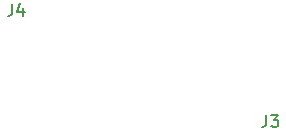
<source format=gto>
%TF.GenerationSoftware,KiCad,Pcbnew,9.0.3*%
%TF.CreationDate,2025-08-07T23:45:50+03:00*%
%TF.ProjectId,EVF_extender,4556465f-6578-4746-956e-6465722e6b69,rev?*%
%TF.SameCoordinates,Original*%
%TF.FileFunction,Legend,Top*%
%TF.FilePolarity,Positive*%
%FSLAX46Y46*%
G04 Gerber Fmt 4.6, Leading zero omitted, Abs format (unit mm)*
G04 Created by KiCad (PCBNEW 9.0.3) date 2025-08-07 23:45:50*
%MOMM*%
%LPD*%
G01*
G04 APERTURE LIST*
%ADD10C,0.150000*%
G04 APERTURE END LIST*
D10*
X155546666Y-85554819D02*
X155546666Y-86269104D01*
X155546666Y-86269104D02*
X155499047Y-86411961D01*
X155499047Y-86411961D02*
X155403809Y-86507200D01*
X155403809Y-86507200D02*
X155260952Y-86554819D01*
X155260952Y-86554819D02*
X155165714Y-86554819D01*
X155927619Y-85554819D02*
X156546666Y-85554819D01*
X156546666Y-85554819D02*
X156213333Y-85935771D01*
X156213333Y-85935771D02*
X156356190Y-85935771D01*
X156356190Y-85935771D02*
X156451428Y-85983390D01*
X156451428Y-85983390D02*
X156499047Y-86031009D01*
X156499047Y-86031009D02*
X156546666Y-86126247D01*
X156546666Y-86126247D02*
X156546666Y-86364342D01*
X156546666Y-86364342D02*
X156499047Y-86459580D01*
X156499047Y-86459580D02*
X156451428Y-86507200D01*
X156451428Y-86507200D02*
X156356190Y-86554819D01*
X156356190Y-86554819D02*
X156070476Y-86554819D01*
X156070476Y-86554819D02*
X155975238Y-86507200D01*
X155975238Y-86507200D02*
X155927619Y-86459580D01*
X134016666Y-76134819D02*
X134016666Y-76849104D01*
X134016666Y-76849104D02*
X133969047Y-76991961D01*
X133969047Y-76991961D02*
X133873809Y-77087200D01*
X133873809Y-77087200D02*
X133730952Y-77134819D01*
X133730952Y-77134819D02*
X133635714Y-77134819D01*
X134921428Y-76468152D02*
X134921428Y-77134819D01*
X134683333Y-76087200D02*
X134445238Y-76801485D01*
X134445238Y-76801485D02*
X135064285Y-76801485D01*
M02*

</source>
